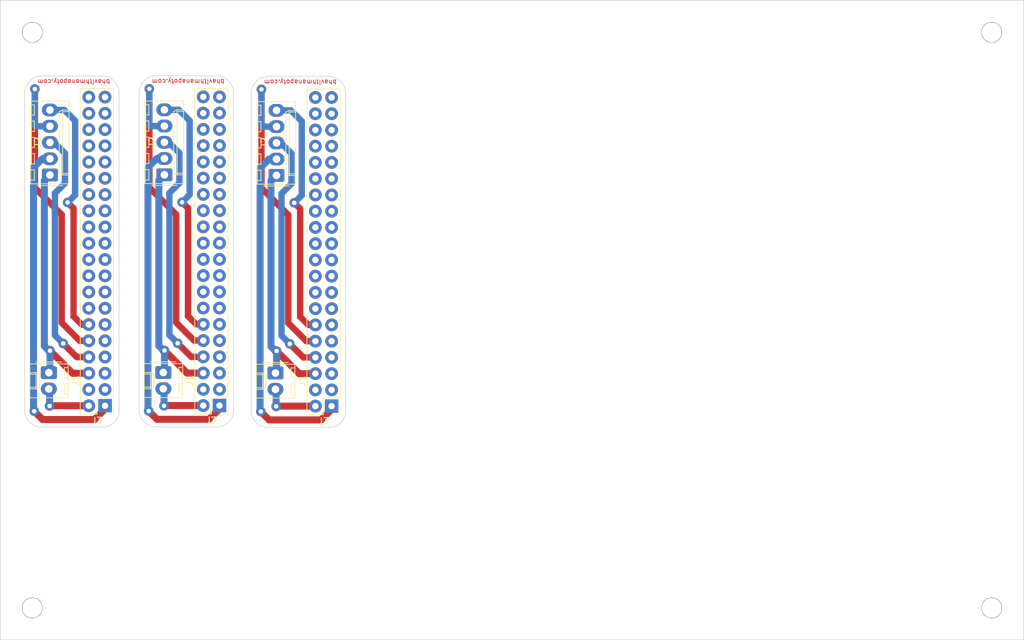
<source format=kicad_pcb>
(kicad_pcb (version 20211014) (generator pcbnew)
  (layers (0 "F.Cu" signal) (31 "B.Cu" signal) (34 "B.Paste" user) (35 "F.Paste" user) (36 "B.SilkS" user "B.Silkscreen") (37 "F.SilkS" user "F.Silkscreen") (38 "B.Mask" user) (39 "F.Mask" user) (44 "Edge.Cuts" user))
  (net 0 "")
  (footprint "Connector_Molex:Molex_KK-254_AE-6410-02A_1x02_P2.54mm_Vertical" (layer "F.Cu") (at 77.95748 99.115894 -90)
    (fp_text reference "J1" (at 1.27 -4.12 -270) (layer "F.SilkS"))
    (fp_text value "Fan")
    (fp_line (start -1.38 2.99) (end 3.92 2.99) (layer "F.SilkS") (width 0.12))
    (fp_line (start -1.67 -2) (end -1.67 2) (layer "F.SilkS") (width 0.12))
    (fp_line (start 0 2.99) (end 0 1.99) (layer "F.SilkS") (width 0.12))
    (fp_line (start 0.25 2.99) (end 0.25 1.99) (layer "F.SilkS") (width 0.12))
    (fp_line (start 3.34 -2.43) (end 3.34 -3.03) (layer "F.SilkS") (width 0.12))
    (fp_line (start -0.8 -2.43) (end 0.8 -2.43) (layer "F.SilkS") (width 0.12))
    (fp_line (start -0.8 -3.03) (end -0.8 -2.43) (layer "F.SilkS") (width 0.12))
    (fp_line (start 0.25 1.46) (end 2.29 1.46) (layer "F.SilkS") (width 0.12))
    (fp_line (start 2.29 1.46) (end 2.54 1.99) (layer "F.SilkS") (width 0.12))
    (fp_line (start 1.74 -2.43) (end 3.34 -2.43) (layer "F.SilkS") (width 0.12))
    (fp_line (start 1.74 -3.03) (end 1.74 -2.43) (layer "F.SilkS") (width 0.12))
    (fp_line (start 3.92 -3.03) (end -1.38 -3.03) (layer "F.SilkS") (width 0.12))
    (fp_line (start 0 1.99) (end 0.25 1.46) (layer "F.SilkS") (width 0.12))
    (fp_line (start 3.92 2.99) (end 3.92 -3.03) (layer "F.SilkS") (width 0.12))
    (fp_line (start 2.29 2.99) (end 2.29 1.99) (layer "F.SilkS") (width 0.12))
    (fp_line (start 2.54 1.99) (end 2.54 2.99) (layer "F.SilkS") (width 0.12))
    (fp_line (start -1.38 -3.03) (end -1.38 2.99) (layer "F.SilkS") (width 0.12))
    (fp_line (start 0.8 -2.43) (end 0.8 -3.03) (layer "F.SilkS") (width 0.12))
    (fp_line (start 0 1.99) (end 2.54 1.99) (layer "F.SilkS") (width 0.12))
    (pad "1" thru_hole roundrect (at 0 0 270) (size 2 2.5) (drill 1.19) (layers *.Cu *.Mask) (roundrect_rratio 0.143678))
    (pad "2" thru_hole oval (at 2.54 0 270) (size 2 2.5) (drill 1.19) (layers *.Cu *.Mask))
  )
  (footprint "Connector_Molex:Molex_KK-254_AE-6410-02A_1x02_P2.54mm_Vertical" (layer "F.Cu") (at 113.384 99.174 -90)
    (fp_text reference "J1" (at 1.27 -4.12 -270) (layer "F.SilkS"))
    (fp_text value "Fan")
    (fp_line (start -1.38 2.99) (end 3.92 2.99) (layer "F.SilkS") (width 0.12))
    (fp_line (start -1.67 -2) (end -1.67 2) (layer "F.SilkS") (width 0.12))
    (fp_line (start 0 2.99) (end 0 1.99) (layer "F.SilkS") (width 0.12))
    (fp_line (start 0.25 2.99) (end 0.25 1.99) (layer "F.SilkS") (width 0.12))
    (fp_line (start 3.34 -2.43) (end 3.34 -3.03) (layer "F.SilkS") (width 0.12))
    (fp_line (start -0.8 -2.43) (end 0.8 -2.43) (layer "F.SilkS") (width 0.12))
    (fp_line (start -0.8 -3.03) (end -0.8 -2.43) (layer "F.SilkS") (width 0.12))
    (fp_line (start 0.25 1.46) (end 2.29 1.46) (layer "F.SilkS") (width 0.12))
    (fp_line (start 2.29 1.46) (end 2.54 1.99) (layer "F.SilkS") (width 0.12))
    (fp_line (start 1.74 -2.43) (end 3.34 -2.43) (layer "F.SilkS") (width 0.12))
    (fp_line (start 1.74 -3.03) (end 1.74 -2.43) (layer "F.SilkS") (width 0.12))
    (fp_line (start 3.92 -3.03) (end -1.38 -3.03) (layer "F.SilkS") (width 0.12))
    (fp_line (start 0 1.99) (end 0.25 1.46) (layer "F.SilkS") (width 0.12))
    (fp_line (start 3.92 2.99) (end 3.92 -3.03) (layer "F.SilkS") (width 0.12))
    (fp_line (start 2.29 2.99) (end 2.29 1.99) (layer "F.SilkS") (width 0.12))
    (fp_line (start 2.54 1.99) (end 2.54 2.99) (layer "F.SilkS") (width 0.12))
    (fp_line (start -1.38 -3.03) (end -1.38 2.99) (layer "F.SilkS") (width 0.12))
    (fp_line (start 0.8 -2.43) (end 0.8 -3.03) (layer "F.SilkS") (width 0.12))
    (fp_line (start 0 1.99) (end 2.54 1.99) (layer "F.SilkS") (width 0.12))
    (pad "1" thru_hole roundrect (at 0 0 270) (size 2 2.5) (drill 1.19) (layers *.Cu *.Mask) (roundrect_rratio 0.143678))
    (pad "2" thru_hole oval (at 2.54 0 270) (size 2 2.5) (drill 1.19) (layers *.Cu *.Mask))
  )
  (footprint "Connector_Molex:Molex_KK-254_AE-6410-05A_1x05_P2.54mm_Vertical" (layer "F.Cu") (at 78.12348 68.209894 90)
    (fp_text reference "J2" (at 5.101 -1.89 90) (layer "F.SilkS"))
    (fp_text value "Arduino Serial")
    (fp_line (start 0.8 -2.43) (end 0.8 -3.03) (layer "F.SilkS") (width 0.12))
    (fp_line (start 4.28 -3.03) (end 4.28 -2.43) (layer "F.SilkS") (width 0.12))
    (fp_line (start 4.28 -2.43) (end 5.88 -2.43) (layer "F.SilkS") (width 0.12))
    (fp_line (start 9.91 2.99) (end 9.91 1.99) (layer "F.SilkS") (width 0.12))
    (fp_line (start 0 1.99) (end 10.16 1.99) (layer "F.SilkS") (width 0.12))
    (fp_line (start -0.8 -2.43) (end 0.8 -2.43) (layer "F.SilkS") (width 0.12))
    (fp_line (start -1.67 -2) (end -1.67 2) (layer "F.SilkS") (width 0.12))
    (fp_line (start 9.36 -2.43) (end 10.96 -2.43) (layer "F.SilkS") (width 0.12))
    (fp_line (start -1.38 2.99) (end 11.54 2.99) (layer "F.SilkS") (width 0.12))
    (fp_line (start 3.34 -2.43) (end 3.34 -3.03) (layer "F.SilkS") (width 0.12))
    (fp_line (start 1.74 -2.43) (end 3.34 -2.43) (layer "F.SilkS") (width 0.12))
    (fp_line (start 9.36 -3.03) (end 9.36 -2.43) (layer "F.SilkS") (width 0.12))
    (fp_line (start 0 2.99) (end 0 1.99) (layer "F.SilkS") (width 0.12))
    (fp_line (start 9.91 1.46) (end 10.16 1.99) (layer "F.SilkS") (width 0.12))
    (fp_line (start 10.96 -2.43) (end 10.96 -3.03) (layer "F.SilkS") (width 0.12))
    (fp_line (start 0.25 1.46) (end 9.91 1.46) (layer "F.SilkS") (width 0.12))
    (fp_line (start 0.25 2.99) (end 0.25 1.99) (layer "F.SilkS") (width 0.12))
    (fp_line (start 6.82 -2.43) (end 8.42 -2.43) (layer "F.SilkS") (width 0.12))
    (fp_line (start -1.38 -3.03) (end -1.38 2.99) (layer "F.SilkS") (width 0.12))
    (fp_line (start 6.82 -3.03) (end 6.82 -2.43) (layer "F.SilkS") (width 0.12))
    (fp_line (start 11.54 2.99) (end 11.54 -3.03) (layer "F.SilkS") (width 0.12))
    (fp_line (start 5.88 -2.43) (end 5.88 -3.03) (layer "F.SilkS") (width 0.12))
    (fp_line (start 0 1.99) (end 0.25 1.46) (layer "F.SilkS") (width 0.12))
    (fp_line (start 1.74 -3.03) (end 1.74 -2.43) (layer "F.SilkS") (width 0.12))
    (fp_line (start -0.8 -3.03) (end -0.8 -2.43) (layer "F.SilkS") (width 0.12))
    (fp_line (start 10.16 1.99) (end 10.16 2.99) (layer "F.SilkS") (width 0.12))
    (fp_line (start 8.42 -2.43) (end 8.42 -3.03) (layer "F.SilkS") (width 0.12))
    (fp_line (start 11.54 -3.03) (end -1.38 -3.03) (layer "F.SilkS") (width 0.12))
    (pad "1" thru_hole roundrect (at 0 0 90) (size 2 2.5) (drill 1.19) (layers *.Cu *.Mask) (roundrect_rratio 0.143678))
    (pad "2" thru_hole oval (at 2.54 0 90) (size 2 2.5) (drill 1.19) (layers *.Cu *.Mask))
    (pad "3" thru_hole oval (at 5.08 0 90) (size 2 2.5) (drill 1.19) (layers *.Cu *.Mask))
    (pad "4" thru_hole oval (at 7.62 0 90) (size 2 2.5) (drill 1.19) (layers *.Cu *.Mask))
    (pad "5" thru_hole oval (at 10.16 0 90) (size 2 2.5) (drill 1.19) (layers *.Cu *.Mask))
  )
  (footprint "Connector_Molex:Molex_KK-254_AE-6410-05A_1x05_P2.54mm_Vertical" (layer "F.Cu") (at 96.02 68.178 90)
    (fp_text reference "J2" (at 5.101 -1.89 90) (layer "F.SilkS"))
    (fp_text value "Arduino Serial")
    (fp_line (start 0.8 -2.43) (end 0.8 -3.03) (layer "F.SilkS") (width 0.12))
    (fp_line (start 4.28 -3.03) (end 4.28 -2.43) (layer "F.SilkS") (width 0.12))
    (fp_line (start 4.28 -2.43) (end 5.88 -2.43) (layer "F.SilkS") (width 0.12))
    (fp_line (start 9.91 2.99) (end 9.91 1.99) (layer "F.SilkS") (width 0.12))
    (fp_line (start 0 1.99) (end 10.16 1.99) (layer "F.SilkS") (width 0.12))
    (fp_line (start -0.8 -2.43) (end 0.8 -2.43) (layer "F.SilkS") (width 0.12))
    (fp_line (start -1.67 -2) (end -1.67 2) (layer "F.SilkS") (width 0.12))
    (fp_line (start 9.36 -2.43) (end 10.96 -2.43) (layer "F.SilkS") (width 0.12))
    (fp_line (start -1.38 2.99) (end 11.54 2.99) (layer "F.SilkS") (width 0.12))
    (fp_line (start 3.34 -2.43) (end 3.34 -3.03) (layer "F.SilkS") (width 0.12))
    (fp_line (start 1.74 -2.43) (end 3.34 -2.43) (layer "F.SilkS") (width 0.12))
    (fp_line (start 9.36 -3.03) (end 9.36 -2.43) (layer "F.SilkS") (width 0.12))
    (fp_line (start 0 2.99) (end 0 1.99) (layer "F.SilkS") (width 0.12))
    (fp_line (start 9.91 1.46) (end 10.16 1.99) (layer "F.SilkS") (width 0.12))
    (fp_line (start 10.96 -2.43) (end 10.96 -3.03) (layer "F.SilkS") (width 0.12))
    (fp_line (start 0.25 1.46) (end 9.91 1.46) (layer "F.SilkS") (width 0.12))
    (fp_line (start 0.25 2.99) (end 0.25 1.99) (layer "F.SilkS") (width 0.12))
    (fp_line (start 6.82 -2.43) (end 8.42 -2.43) (layer "F.SilkS") (width 0.12))
    (fp_line (start -1.38 -3.03) (end -1.38 2.99) (layer "F.SilkS") (width 0.12))
    (fp_line (start 6.82 -3.03) (end 6.82 -2.43) (layer "F.SilkS") (width 0.12))
    (fp_line (start 11.54 2.99) (end 11.54 -3.03) (layer "F.SilkS") (width 0.12))
    (fp_line (start 5.88 -2.43) (end 5.88 -3.03) (layer "F.SilkS") (width 0.12))
    (fp_line (start 0 1.99) (end 0.25 1.46) (layer "F.SilkS") (width 0.12))
    (fp_line (start 1.74 -3.03) (end 1.74 -2.43) (layer "F.SilkS") (width 0.12))
    (fp_line (start -0.8 -3.03) (end -0.8 -2.43) (layer "F.SilkS") (width 0.12))
    (fp_line (start 10.16 1.99) (end 10.16 2.99) (layer "F.SilkS") (width 0.12))
    (fp_line (start 8.42 -2.43) (end 8.42 -3.03) (layer "F.SilkS") (width 0.12))
    (fp_line (start 11.54 -3.03) (end -1.38 -3.03) (layer "F.SilkS") (width 0.12))
    (pad "1" thru_hole roundrect (at 0 0 90) (size 2 2.5) (drill 1.19) (layers *.Cu *.Mask) (roundrect_rratio 0.143678))
    (pad "2" thru_hole oval (at 2.54 0 90) (size 2 2.5) (drill 1.19) (layers *.Cu *.Mask))
    (pad "3" thru_hole oval (at 5.08 0 90) (size 2 2.5) (drill 1.19) (layers *.Cu *.Mask))
    (pad "4" thru_hole oval (at 7.62 0 90) (size 2 2.5) (drill 1.19) (layers *.Cu *.Mask))
    (pad "5" thru_hole oval (at 10.16 0 90) (size 2 2.5) (drill 1.19) (layers *.Cu *.Mask))
  )
  (footprint "Connector_PinHeader_2.54mm:PinHeader_2x20_P2.54mm_Vertical" (layer "F.Cu") (at 104.638 104.257 180)
    (fp_text reference "J3" (at 1.27 -2.33) (layer "F.SilkS"))
    (fp_text value "Pi Header")
    (fp_line (start 1.27 1.27) (end 1.27 -1.33) (layer "F.SilkS") (width 0.12))
    (fp_line (start -1.33 -1.33) (end 0 -1.33) (layer "F.SilkS") (width 0.12))
    (fp_line (start -1.33 1.27) (end -1.33 49.59) (layer "F.SilkS") (width 0.12))
    (fp_line (start 3.87 -1.33) (end 3.87 49.59) (layer "F.SilkS") (width 0.12))
    (fp_line (start -1.33 1.27) (end 1.27 1.27) (layer "F.SilkS") (width 0.12))
    (fp_line (start 1.27 -1.33) (end 3.87 -1.33) (layer "F.SilkS") (width 0.12))
    (fp_line (start -1.33 49.59) (end 3.87 49.59) (layer "F.SilkS") (width 0.12))
    (fp_line (start -1.33 0) (end -1.33 -1.33) (layer "F.SilkS") (width 0.12))
    (pad "1" thru_hole rect (at 0 0 180) (size 2.1 2.1) (drill 1) (layers *.Cu *.Mask))
    (pad "2" thru_hole oval (at 2.54 0 180) (size 2 2) (drill 1) (layers *.Cu *.Mask))
    (pad "3" thru_hole oval (at 0 2.54 180) (size 2 2) (drill 1) (layers *.Cu *.Mask))
    (pad "4" thru_hole oval (at 2.54 2.54 180) (size 2 2) (drill 1) (layers *.Cu *.Mask))
    (pad "5" thru_hole oval (at 0 5.08 180) (size 2 2) (drill 1) (layers *.Cu *.Mask))
    (pad "6" thru_hole oval (at 2.54 5.08 180) (size 2 2) (drill 1) (layers *.Cu *.Mask))
    (pad "7" thru_hole oval (at 0 7.62 180) (size 2 2) (drill 1) (layers *.Cu *.Mask))
    (pad "8" thru_hole oval (at 2.54 7.62 180) (size 2 2) (drill 1) (layers *.Cu *.Mask))
    (pad "9" thru_hole oval (at 0 10.16 180) (size 2 2) (drill 1) (layers *.Cu *.Mask))
    (pad "10" thru_hole oval (at 2.54 10.16 180) (size 2 2) (drill 1) (layers *.Cu *.Mask))
    (pad "11" thru_hole oval (at 0 12.7 180) (size 2 2) (drill 1) (layers *.Cu *.Mask))
    (pad "12" thru_hole oval (at 2.54 12.7 180) (size 2 2) (drill 1) (layers *.Cu *.Mask))
    (pad "13" thru_hole oval (at 0 15.24 180) (size 2 2) (drill 1) (layers *.Cu *.Mask))
    (pad "14" thru_hole oval (at 2.54 15.24 180) (size 2 2) (drill 1) (layers *.Cu *.Mask))
    (pad "15" thru_hole oval (at 0 17.78 180) (size 2 2) (drill 1) (layers *.Cu *.Mask))
    (pad "16" thru_hole oval (at 2.54 17.78 180) (size 2 2) (drill 1) (layers *.Cu *.Mask))
    (pad "17" thru_hole oval (at 0 20.32 180) (size 2 2) (drill 1) (layers *.Cu *.Mask))
    (pad "18" thru_hole oval (at 2.54 20.32 180) (size 2 2) (drill 1) (layers *.Cu *.Mask))
    (pad "19" thru_hole oval (at 0 22.86 180) (size 2 2) (drill 1) (layers *.Cu *.Mask))
    (pad "20" thru_hole oval (at 2.54 22.86 180) (size 2 2) (drill 1) (layers *.Cu *.Mask))
    (pad "21" thru_hole oval (at 0 25.4 180) (size 2 2) (drill 1) (layers *.Cu *.Mask))
    (pad "22" thru_hole oval (at 2.54 25.4 180) (size 2 2) (drill 1) (layers *.Cu *.Mask))
    (pad "23" thru_hole oval (at 0 27.94 180) (size 2 2) (drill 1) (layers *.Cu *.Mask))
    (pad "24" thru_hole oval (at 2.54 27.94 180) (size 2 2) (drill 1) (layers *.Cu *.Mask))
    (pad "25" thru_hole oval (at 0 30.48 180) (size 2 2) (drill 1) (layers *.Cu *.Mask))
    (pad "26" thru_hole oval (at 2.54 30.48 180) (size 2 2) (drill 1) (layers *.Cu *.Mask))
    (pad "27" thru_hole oval (at 0 33.02 180) (size 2 2) (drill 1) (layers *.Cu *.Mask))
    (pad "28" thru_hole oval (at 2.54 33.02 180) (size 2 2) (drill 1) (layers *.Cu *.Mask))
    (pad "29" thru_hole oval (at 0 35.56 180) (size 2 2) (drill 1) (layers *.Cu *.Mask))
    (pad "30" thru_hole oval (at 2.54 35.56 180) (size 2 2) (drill 1) (layers *.Cu *.Mask))
    (pad "31" thru_hole oval (at 0 38.1 180) (size 2 2) (drill 1) (layers *.Cu *.Mask))
    (pad "32" thru_hole oval (at 2.54 38.1 180) (size 2 2) (drill 1) (layers *.Cu *.Mask))
    (pad "33" thru_hole oval (at 0 40.64 180) (size 2 2) (drill 1) (layers *.Cu *.Mask))
    (pad "34" thru_hole oval (at 2.54 40.64 180) (size 2 2) (drill 1) (layers *.Cu *.Mask))
    (pad "35" thru_hole oval (at 0 43.18 180) (size 2 2) (drill 1) (layers *.Cu *.Mask))
    (pad "36" thru_hole oval (at 2.54 43.18 180) (size 2 2) (drill 1) (layers *.Cu *.Mask))
    (pad "37" thru_hole oval (at 0 45.72 180) (size 2 2) (drill 1) (layers *.Cu *.Mask))
    (pad "38" thru_hole oval (at 2.54 45.72 180) (size 2 2) (drill 1) (layers *.Cu *.Mask))
    (pad "39" thru_hole oval (at 0 48.26 180) (size 2 2) (drill 1) (layers *.Cu *.Mask))
    (pad "40" thru_hole oval (at 2.54 48.26 180) (size 2 2) (drill 1) (layers *.Cu *.Mask))
  )
  (footprint "Connector_Molex:Molex_KK-254_AE-6410-02A_1x02_P2.54mm_Vertical" (layer "F.Cu") (at 95.854 99.084 -90)
    (fp_text reference "J1" (at 1.27 -4.12 -270) (layer "F.SilkS"))
    (fp_text value "Fan")
    (fp_line (start -1.38 2.99) (end 3.92 2.99) (layer "F.SilkS") (width 0.12))
    (fp_line (start -1.67 -2) (end -1.67 2) (layer "F.SilkS") (width 0.12))
    (fp_line (start 0 2.99) (end 0 1.99) (layer "F.SilkS") (width 0.12))
    (fp_line (start 0.25 2.99) (end 0.25 1.99) (layer "F.SilkS") (width 0.12))
    (fp_line (start 3.34 -2.43) (end 3.34 -3.03) (layer "F.SilkS") (width 0.12))
    (fp_line (start -0.8 -2.43) (end 0.8 -2.43) (layer "F.SilkS") (width 0.12))
    (fp_line (start -0.8 -3.03) (end -0.8 -2.43) (layer "F.SilkS") (width 0.12))
    (fp_line (start 0.25 1.46) (end 2.29 1.46) (layer "F.SilkS") (width 0.12))
    (fp_line (start 2.29 1.46) (end 2.54 1.99) (layer "F.SilkS") (width 0.12))
    (fp_line (start 1.74 -2.43) (end 3.34 -2.43) (layer "F.SilkS") (width 0.12))
    (fp_line (start 1.74 -3.03) (end 1.74 -2.43) (layer "F.SilkS") (width 0.12))
    (fp_line (start 3.92 -3.03) (end -1.38 -3.03) (layer "F.SilkS") (width 0.12))
    (fp_line (start 0 1.99) (end 0.25 1.46) (layer "F.SilkS") (width 0.12))
    (fp_line (start 3.92 2.99) (end 3.92 -3.03) (layer "F.SilkS") (width 0.12))
    (fp_line (start 2.29 2.99) (end 2.29 1.99) (layer "F.SilkS") (width 0.12))
    (fp_line (start 2.54 1.99) (end 2.54 2.99) (layer "F.SilkS") (width 0.12))
    (fp_line (start -1.38 -3.03) (end -1.38 2.99) (layer "F.SilkS") (width 0.12))
    (fp_line (start 0.8 -2.43) (end 0.8 -3.03) (layer "F.SilkS") (width 0.12))
    (fp_line (start 0 1.99) (end 2.54 1.99) (layer "F.SilkS") (width 0.12))
    (pad "1" thru_hole roundrect (at 0 0 270) (size 2 2.5) (drill 1.19) (layers *.Cu *.Mask) (roundrect_rratio 0.143678))
    (pad "2" thru_hole oval (at 2.54 0 270) (size 2 2.5) (drill 1.19) (layers *.Cu *.Mask))
  )
  (footprint "MountingHole:MountingHole_3.2mm_M3" (layer "F.Cu") (at 75.37 135.9)
    (fp_text reference "REF**" hide)
    (fp_text value "MountingHole_3.2mm_M3" hide)
    (pad "" np_thru_hole circle locked (at 0 0) (size 3.2 3.2) (drill 3.1) (layers F&B.Cu *.Mask))
  )
  (footprint "MountingHole:MountingHole_3.2mm_M3" (layer "F.Cu") (at 225.37 45.9)
    (fp_text reference "REF**" hide)
    (fp_text value "MountingHole_3.2mm_M3" hide)
    (pad "" np_thru_hole circle locked (at 0 0) (size 3.2 3.2) (drill 3.1) (layers F&B.Cu *.Mask))
  )
  (footprint "Connector_PinHeader_2.54mm:PinHeader_2x20_P2.54mm_Vertical" (layer "F.Cu") (at 122.168 104.347 180)
    (fp_text reference "J3" (at 1.27 -2.33) (layer "F.SilkS"))
    (fp_text value "Pi Header")
    (fp_line (start 1.27 1.27) (end 1.27 -1.33) (layer "F.SilkS") (width 0.12))
    (fp_line (start -1.33 -1.33) (end 0 -1.33) (layer "F.SilkS") (width 0.12))
    (fp_line (start -1.33 1.27) (end -1.33 49.59) (layer "F.SilkS") (width 0.12))
    (fp_line (start 3.87 -1.33) (end 3.87 49.59) (layer "F.SilkS") (width 0.12))
    (fp_line (start -1.33 1.27) (end 1.27 1.27) (layer "F.SilkS") (width 0.12))
    (fp_line (start 1.27 -1.33) (end 3.87 -1.33) (layer "F.SilkS") (width 0.12))
    (fp_line (start -1.33 49.59) (end 3.87 49.59) (layer "F.SilkS") (width 0.12))
    (fp_line (start -1.33 0) (end -1.33 -1.33) (layer "F.SilkS") (width 0.12))
    (pad "1" thru_hole rect (at 0 0 180) (size 2.1 2.1) (drill 1) (layers *.Cu *.Mask))
    (pad "2" thru_hole oval (at 2.54 0 180) (size 2 2) (drill 1) (layers *.Cu *.Mask))
    (pad "3" thru_hole oval (at 0 2.54 180) (size 2 2) (drill 1) (layers *.Cu *.Mask))
    (pad "4" thru_hole oval (at 2.54 2.54 180) (size 2 2) (drill 1) (layers *.Cu *.Mask))
    (pad "5" thru_hole oval (at 0 5.08 180) (size 2 2) (drill 1) (layers *.Cu *.Mask))
    (pad "6" thru_hole oval (at 2.54 5.08 180) (size 2 2) (drill 1) (layers *.Cu *.Mask))
    (pad "7" thru_hole oval (at 0 7.62 180) (size 2 2) (drill 1) (layers *.Cu *.Mask))
    (pad "8" thru_hole oval (at 2.54 7.62 180) (size 2 2) (drill 1) (layers *.Cu *.Mask))
    (pad "9" thru_hole oval (at 0 10.16 180) (size 2 2) (drill 1) (layers *.Cu *.Mask))
    (pad "10" thru_hole oval (at 2.54 10.16 180) (size 2 2) (drill 1) (layers *.Cu *.Mask))
    (pad "11" thru_hole oval (at 0 12.7 180) (size 2 2) (drill 1) (layers *.Cu *.Mask))
    (pad "12" thru_hole oval (at 2.54 12.7 180) (size 2 2) (drill 1) (layers *.Cu *.Mask))
    (pad "13" thru_hole oval (at 0 15.24 180) (size 2 2) (drill 1) (layers *.Cu *.Mask))
    (pad "14" thru_hole oval (at 2.54 15.24 180) (size 2 2) (drill 1) (layers *.Cu *.Mask))
    (pad "15" thru_hole oval (at 0 17.78 180) (size 2 2) (drill 1) (layers *.Cu *.Mask))
    (pad "16" thru_hole oval (at 2.54 17.78 180) (size 2 2) (drill 1) (layers *.Cu *.Mask))
    (pad "17" thru_hole oval (at 0 20.32 180) (size 2 2) (drill 1) (layers *.Cu *.Mask))
    (pad "18" thru_hole oval (at 2.54 20.32 180) (size 2 2) (drill 1) (layers *.Cu *.Mask))
    (pad "19" thru_hole oval (at 0 22.86 180) (size 2 2) (drill 1) (layers *.Cu *.Mask))
    (pad "20" thru_hole oval (at 2.54 22.86 180) (size 2 2) (drill 1) (layers *.Cu *.Mask))
    (pad "21" thru_hole oval (at 0 25.4 180) (size 2 2) (drill 1) (layers *.Cu *.Mask))
    (pad "22" thru_hole oval (at 2.54 25.4 180) (size 2 2) (drill 1) (layers *.Cu *.Mask))
    (pad "23" thru_hole oval (at 0 27.94 180) (size 2 2) (drill 1) (layers *.Cu *.Mask))
    (pad "24" thru_hole oval (at 2.54 27.94 180) (size 2 2) (drill 1) (layers *.Cu *.Mask))
    (pad "25" thru_hole oval (at 0 30.48 180) (size 2 2) (drill 1) (layers *.Cu *.Mask))
    (pad "26" thru_hole oval (at 2.54 30.48 180) (size 2 2) (drill 1) (layers *.Cu *.Mask))
    (pad "27" thru_hole oval (at 0 33.02 180) (size 2 2) (drill 1) (layers *.Cu *.Mask))
    (pad "28" thru_hole oval (at 2.54 33.02 180) (size 2 2) (drill 1) (layers *.Cu *.Mask))
    (pad "29" thru_hole oval (at 0 35.56 180) (size 2 2) (drill 1) (layers *.Cu *.Mask))
    (pad "30" thru_hole oval (at 2.54 35.56 180) (size 2 2) (drill 1) (layers *.Cu *.Mask))
    (pad "31" thru_hole oval (at 0 38.1 180) (size 2 2) (drill 1) (layers *.Cu *.Mask))
    (pad "32" thru_hole oval (at 2.54 38.1 180) (size 2 2) (drill 1) (layers *.Cu *.Mask))
    (pad "33" thru_hole oval (at 0 40.64 180) (size 2 2) (drill 1) (layers *.Cu *.Mask))
    (pad "34" thru_hole oval (at 2.54 40.64 180) (size 2 2) (drill 1) (layers *.Cu *.Mask))
    (pad "35" thru_hole oval (at 0 43.18 180) (size 2 2) (drill 1) (layers *.Cu *.Mask))
    (pad "36" thru_hole oval (at 2.54 43.18 180) (size 2 2) (drill 1) (layers *.Cu *.Mask))
    (pad "37" thru_hole oval (at 0 45.72 180) (size 2 2) (drill 1) (layers *.Cu *.Mask))
    (pad "38" thru_hole oval (at 2.54 45.72 180) (size 2 2) (drill 1) (layers *.Cu *.Mask))
    (pad "39" thru_hole oval (at 0 48.26 180) (size 2 2) (drill 1) (layers *.Cu *.Mask))
    (pad "40" thru_hole oval (at 2.54 48.26 180) (size 2 2) (drill 1) (layers *.Cu *.Mask))
  )
  (footprint "MountingHole:MountingHole_3.2mm_M3" (layer "F.Cu") (at 75.37 45.9)
    (fp_text reference "REF**" hide)
    (fp_text value "MountingHole_3.2mm_M3" hide)
    (pad "" np_thru_hole circle locked (at 0 0) (size 3.2 3.2) (drill 3.1) (layers F&B.Cu *.Mask))
  )
  (footprint "MountingHole:MountingHole_3.2mm_M3" (layer "F.Cu") (at 225.37 135.9)
    (fp_text reference "REF**" hide)
    (fp_text value "MountingHole_3.2mm_M3" hide)
    (pad "" np_thru_hole circle locked (at 0 0) (size 3.2 3.2) (drill 3.1) (layers F&B.Cu *.Mask))
  )
  (footprint "Connector_Molex:Molex_KK-254_AE-6410-05A_1x05_P2.54mm_Vertical" (layer "F.Cu") (at 113.55 68.268 90)
    (fp_text reference "J2" (at 5.101 -1.89 90) (layer "F.SilkS"))
    (fp_text value "Arduino Serial")
    (fp_line (start 0.8 -2.43) (end 0.8 -3.03) (layer "F.SilkS") (width 0.12))
    (fp_line (start 4.28 -3.03) (end 4.28 -2.43) (layer "F.SilkS") (width 0.12))
    (fp_line (start 4.28 -2.43) (end 5.88 -2.43) (layer "F.SilkS") (width 0.12))
    (fp_line (start 9.91 2.99) (end 9.91 1.99) (layer "F.SilkS") (width 0.12))
    (fp_line (start 0 1.99) (end 10.16 1.99) (layer "F.SilkS") (width 0.12))
    (fp_line (start -0.8 -2.43) (end 0.8 -2.43) (layer "F.SilkS") (width 0.12))
    (fp_line (start -1.67 -2) (end -1.67 2) (layer "F.SilkS") (width 0.12))
    (fp_line (start 9.36 -2.43) (end 10.96 -2.43) (layer "F.SilkS") (width 0.12))
    (fp_line (start -1.38 2.99) (end 11.54 2.99) (layer "F.SilkS") (width 0.12))
    (fp_line (start 3.34 -2.43) (end 3.34 -3.03) (layer "F.SilkS") (width 0.12))
    (fp_line (start 1.74 -2.43) (end 3.34 -2.43) (layer "F.SilkS") (width 0.12))
    (fp_line (start 9.36 -3.03) (end 9.36 -2.43) (layer "F.SilkS") (width 0.12))
    (fp_line (start 0 2.99) (end 0 1.99) (layer "F.SilkS") (width 0.12))
    (fp_line (start 9.91 1.46) (end 10.16 1.99) (layer "F.SilkS") (width 0.12))
    (fp_line (start 10.96 -2.43) (end 10.96 -3.03) (layer "F.SilkS") (width 0.12))
    (fp_line (start 0.25 1.46) (end 9.91 1.46) (layer "F.SilkS") (width 0.12))
    (fp_line (start 0.25 2.99) (end 0.25 1.99) (layer "F.SilkS") (width 0.12))
    (fp_line (start 6.82 -2.43) (end 8.42 -2.43) (layer "F.SilkS") (width 0.12))
    (fp_line (start -1.38 -3.03) (end -1.38 2.99) (layer "F.SilkS") (width 0.12))
    (fp_line (start 6.82 -3.03) (end 6.82 -2.43) (layer "F.SilkS") (width 0.12))
    (fp_line (start 11.54 2.99) (end 11.54 -3.03) (layer "F.SilkS") (width 0.12))
    (fp_line (start 5.88 -2.43) (end 5.88 -3.03) (layer "F.SilkS") (width 0.12))
    (fp_line (start 0 1.99) (end 0.25 1.46) (layer "F.SilkS") (width 0.12))
    (fp_line (start 1.74 -3.03) (end 1.74 -2.43) (layer "F.SilkS") (width 0.12))
    (fp_line (start -0.8 -3.03) (end -0.8 -2.43) (layer "F.SilkS") (width 0.12))
    (fp_line (start 10.16 1.99) (end 10.16 2.99) (layer "F.SilkS") (width 0.12))
    (fp_line (start 8.42 -2.43) (end 8.42 -3.03) (layer "F.SilkS") (width 0.12))
    (fp_line (start 11.54 -3.03) (end -1.38 -3.03) (layer "F.SilkS") (width 0.12))
    (pad "1" thru_hole roundrect (at 0 0 90) (size 2 2.5) (drill 1.19) (layers *.Cu *.Mask) (roundrect_rratio 0.143678))
    (pad "2" thru_hole oval (at 2.54 0 90) (size 2 2.5) (drill 1.19) (layers *.Cu *.Mask))
    (pad "3" thru_hole oval (at 5.08 0 90) (size 2 2.5) (drill 1.19) (layers *.Cu *.Mask))
    (pad "4" thru_hole oval (at 7.62 0 90) (size 2 2.5) (drill 1.19) (layers *.Cu *.Mask))
    (pad "5" thru_hole oval (at 10.16 0 90) (size 2 2.5) (drill 1.19) (layers *.Cu *.Mask))
  )
  (footprint "Connector_PinHeader_2.54mm:PinHeader_2x20_P2.54mm_Vertical" (layer "F.Cu") (at 86.74148 104.288894 180)
    (fp_text reference "J3" (at 1.27 -2.33) (layer "F.SilkS"))
    (fp_text value "Pi Header")
    (fp_line (start 1.27 1.27) (end 1.27 -1.33) (layer "F.SilkS") (width 0.12))
    (fp_line (start -1.33 -1.33) (end 0 -1.33) (layer "F.SilkS") (width 0.12))
    (fp_line (start -1.33 1.27) (end -1.33 49.59) (layer "F.SilkS") (width 0.12))
    (fp_line (start 3.87 -1.33) (end 3.87 49.59) (layer "F.SilkS") (width 0.12))
    (fp_line (start -1.33 1.27) (end 1.27 1.27) (layer "F.SilkS") (width 0.12))
    (fp_line (start 1.27 -1.33) (end 3.87 -1.33) (layer "F.SilkS") (width 0.12))
    (fp_line (start -1.33 49.59) (end 3.87 49.59) (layer "F.SilkS") (width 0.12))
    (fp_line (start -1.33 0) (end -1.33 -1.33) (layer "F.SilkS") (width 0.12))
    (pad "1" thru_hole rect (at 0 0 180) (size 2.1 2.1) (drill 1) (layers *.Cu *.Mask))
    (pad "2" thru_hole oval (at 2.54 0 180) (size 2 2) (drill 1) (layers *.Cu *.Mask))
    (pad "3" thru_hole oval (at 0 2.54 180) (size 2 2) (drill 1) (layers *.Cu *.Mask))
    (pad "4" thru_hole oval (at 2.54 2.54 180) (size 2 2) (drill 1) (layers *.Cu *.Mask))
    (pad "5" thru_hole oval (at 0 5.08 180) (size 2 2) (drill 1) (layers *.Cu *.Mask))
    (pad "6" thru_hole oval (at 2.54 5.08 180) (size 2 2) (drill 1) (layers *.Cu *.Mask))
    (pad "7" thru_hole oval (at 0 7.62 180) (size 2 2) (drill 1) (layers *.Cu *.Mask))
    (pad "8" thru_hole oval (at 2.54 7.62 180) (size 2 2) (drill 1) (layers *.Cu *.Mask))
    (pad "9" thru_hole oval (at 0 10.16 180) (size 2 2) (drill 1) (layers *.Cu *.Mask))
    (pad "10" thru_hole oval (at 2.54 10.16 180) (size 2 2) (drill 1) (layers *.Cu *.Mask))
    (pad "11" thru_hole oval (at 0 12.7 180) (size 2 2) (drill 1) (layers *.Cu *.Mask))
    (pad "12" thru_hole oval (at 2.54 12.7 180) (size 2 2) (drill 1) (layers *.Cu *.Mask))
    (pad "13" thru_hole oval (at 0 15.24 180) (size 2 2) (drill 1) (layers *.Cu *.Mask))
    (pad "14" thru_hole oval (at 2.54 15.24 180) (size 2 2) (drill 1) (layers *.Cu *.Mask))
    (pad "15" thru_hole oval (at 0 17.78 180) (size 2 2) (drill 1) (layers *.Cu *.Mask))
    (pad "16" thru_hole oval (at 2.54 17.78 180) (size 2 2) (drill 1) (layers *.Cu *.Mask))
    (pad "17" thru_hole oval (at 0 20.32 180) (size 2 2) (drill 1) (layers *.Cu *.Mask))
    (pad "18" thru_hole oval (at 2.54 20.32 180) (size 2 2) (drill 1) (layers *.Cu *.Mask))
    (pad "19" thru_hole oval (at 0 22.86 180) (size 2 2) (drill 1) (layers *.Cu *.Mask))
    (pad "20" thru_hole oval (at 2.54 22.86 180) (size 2 2) (drill 1) (layers *.Cu *.Mask))
    (pad "21" thru_hole oval (at 0 25.4 180) (size 2 2) (drill 1) (layers *.Cu *.Mask))
    (pad "22" thru_hole oval (at 2.54 25.4 180) (size 2 2) (drill 1) (layers *.Cu *.Mask))
    (pad "23" thru_hole oval (at 0 27.94 180) (size 2 2) (drill 1) (layers *.Cu *.Mask))
    (pad "24" thru_hole oval (at 2.54 27.94 180) (size 2 2) (drill 1) (layers *.Cu *.Mask))
    (pad "25" thru_hole oval (at 0 30.48 180) (size 2 2) (drill 1) (layers *.Cu *.Mask))
    (pad "26" thru_hole oval (at 2.54 30.48 180) (size 2 2) (drill 1) (layers *.Cu *.Mask))
    (pad "27" thru_hole oval (at 0 33.02 180) (size 2 2) (drill 1) (layers *.Cu *.Mask))
    (pad "28" thru_hole oval (at 2.54 33.02 180) (size 2 2) (drill 1) (layers *.Cu *.Mask))
    (pad "29" thru_hole oval (at 0 35.56 180) (size 2 2) (drill 1) (layers *.Cu *.Mask))
    (pad "30" thru_hole oval (at 2.54 35.56 180) (size 2 2) (drill 1) (layers *.Cu *.Mask))
    (pad "31" thru_hole oval (at 0 38.1 180) (size 2 2) (drill 1) (layers *.Cu *.Mask))
    (pad "32" thru_hole oval (at 2.54 38.1 180) (size 2 2) (drill 1) (layers *.Cu *.Mask))
    (pad "33" thru_hole oval (at 0 40.64 180) (size 2 2) (drill 1) (layers *.Cu *.Mask))
    (pad "34" thru_hole oval (at 2.54 40.64 180) (size 2 2) (drill 1) (layers *.Cu *.Mask))
    (pad "35" thru_hole oval (at 0 43.18 180) (size 2 2) (drill 1) (layers *.Cu *.Mask))
    (pad "36" thru_hole oval (at 2.54 43.18 180) (size 2 2) (drill 1) (layers *.Cu *.Mask))
    (pad "37" thru_hole oval (at 0 45.72 180) (size 2 2) (drill 1) (layers *.Cu *.Mask))
    (pad "38" thru_hole oval (at 2.54 45.72 180) (size 2 2) (drill 1) (layers *.Cu *.Mask))
    (pad "39" thru_hole oval (at 0 48.26 180) (size 2 2) (drill 1) (layers *.Cu *.Mask))
    (pad "40" thru_hole oval (at 2.54 48.26 180) (size 2 2) (drill 1) (layers *.Cu *.Mask))
  )
  (gr_arc (start 92.071 55.683) (mid 92.71968 53.656949) (end 94.611 52.683) (layer "Edge.Cuts") (width 0.1))
  (gr_line (start 109.601 104.923) (end 109.601 55.773) (layer "Edge.Cuts") (width 0.1))
  (gr_line (start 92.071 104.833) (end 92.071 55.683) (layer "Edge.Cuts") (width 0.1))
  (gr_rect locked (start 70.37 40.9) (end 230.37 140.9) (layer "Edge.Cuts") (width 0.1) (fill none))
  (gr_arc (start 88.93448 105.085894) (mid 88.190531 106.881945) (end 86.39448 107.625894) (layer "Edge.Cuts") (width 0.1))
  (gr_arc (start 109.601 55.773) (mid 110.24968 53.746949) (end 112.141 52.773) (layer "Edge.Cuts") (width 0.1))
  (gr_line (start 121.821 107.684) (end 112.127 107.683) (layer "Edge.Cuts") (width 0.1))
  (gr_arc (start 86.188429 52.731945) (mid 88.114333 53.492401) (end 88.938429 55.391945) (layer "Edge.Cuts") (width 0.1))
  (gr_arc (start 76.71448 107.614894) (mid 74.874936 106.765945) (end 74.17448 104.864894) (layer "Edge.Cuts") (width 0.1))
  (gr_line (start 112.148 52.772) (end 121.614949 52.790051) (layer "Edge.Cuts") (width 0.1))
  (gr_arc (start 104.084949 52.700051) (mid 106.010853 53.460507) (end 106.834949 55.360051) (layer "Edge.Cuts") (width 0.1))
  (gr_line (start 106.834949 55.360051) (end 106.831 105.054) (layer "Edge.Cuts") (width 0.1))
  (gr_line (start 74.17448 104.864894) (end 74.17448 55.714894) (layer "Edge.Cuts") (width 0.1))
  (gr_line (start 88.938429 55.391945) (end 88.93448 105.085894) (layer "Edge.Cuts") (width 0.1))
  (gr_line (start 124.364949 55.450051) (end 124.361 105.144) (layer "Edge.Cuts") (width 0.1))
  (gr_arc (start 106.831 105.054) (mid 106.087051 106.850051) (end 104.291 107.594) (layer "Edge.Cuts") (width 0.1))
  (gr_line (start 104.291 107.594) (end 94.597 107.593) (layer "Edge.Cuts") (width 0.1))
  (gr_arc (start 112.141 107.673) (mid 110.301456 106.824051) (end 109.601 104.923) (layer "Edge.Cuts") (width 0.1))
  (gr_line (start 76.72148 52.713894) (end 86.188429 52.731945) (layer "Edge.Cuts") (width 0.1))
  (gr_arc (start 94.611 107.583) (mid 92.771456 106.734051) (end 92.071 104.833) (layer "Edge.Cuts") (width 0.1))
  (gr_arc (start 121.614949 52.790051) (mid 123.540853 53.550507) (end 124.364949 55.450051) (layer "Edge.Cuts") (width 0.1))
  (gr_arc (start 124.361 105.144) (mid 123.617051 106.940051) (end 121.821 107.684) (layer "Edge.Cuts") (width 0.1))
  (gr_arc (start 74.17448 55.714894) (mid 74.82316 53.688843) (end 76.71448 52.714894) (layer "Edge.Cuts") (width 0.1))
  (gr_line (start 94.618 52.682) (end 104.084949 52.700051) (layer "Edge.Cuts") (width 0.1))
  (gr_line (start 86.39448 107.625894) (end 76.70048 107.624894) (layer "Edge.Cuts") (width 0.1))
  (gr_text "bhavithmanapoty.com" (at 117.27 53.67 180) (layer "F.Cu") (effects (font (size 0.7 0.7) (thickness 0.1))))
  (gr_text "bhavithmanapoty.com" (at 81.84348 53.611894 180) (layer "F.Cu") (effects (font (size 0.7 0.7) (thickness 0.1))))
  (gr_text "bhavithmanapoty.com" (at 99.74 53.58 180) (layer "F.Cu") (effects (font (size 0.7 0.7) (thickness 0.1))))
  (segment (start 104.638 104.756869) (end 102.988358 106.406511) (width 1.1) (layer "F.Cu") (net 0))
  (segment (start 117.743 96.727) (end 115.625 94.609) (width 1) (layer "F.Cu") (net 0))
  (segment (start 119.628 99.267) (end 117.098 99.267) (width 1.1) (layer "F.Cu") (net 0))
  (segment (start 102.988358 106.406511) (end 94.867511 106.406511) (width 1.1) (layer "F.Cu") (net 0))
  (segment (start 118.522668 91.647) (end 117.24698 90.371312) (width 1) (layer "F.Cu") (net 0))
  (segment (start 119.628 104.347) (end 113.534 104.347) (width 1.1) (layer "F.Cu") (net 0))
  (segment (start 81.82046 90.312914) (end 81.82048 90.312894) (width 1) (layer "F.Cu") (net 0))
  (segment (start 81.67148 99.208894) (end 78.13448 95.671894) (width 1.1) (layer "F.Cu") (net 0))
  (segment (start 83.096148 91.588894) (end 81.82046 90.313206) (width 1) (layer "F.Cu") (net 0))
  (segment (start 99.71698 90.281312) (end 99.71698 90.28102) (width 1) (layer "F.Cu") (net 0))
  (segment (start 99.71698 90.28102) (end 99.717 90.281) (width 1) (layer "F.Cu") (net 0))
  (segment (start 119.628 91.647) (end 118.522668 91.647) (width 1) (layer "F.Cu") (net 0))
  (segment (start 81.82046 90.313206) (end 81.82046 73.424874) (width 1) (layer "F.Cu") (net 0))
  (segment (start 122.168 104.347) (end 122.168 104.846869) (width 1.1) (layer "F.Cu") (net 0))
  (segment (start 75.77396 54.771374) (end 75.76848 54.765894) (width 1) (layer "F.Cu") (net 0))
  (segment (start 102.098 96.637) (end 100.213 96.637) (width 1) (layer "F.Cu") (net 0))
  (segment (start 84.20148 94.128894) (end 82.787267 94.128894) (width 1) (layer "F.Cu") (net 0))
  (segment (start 81.82046 90.313206) (end 81.82046 90.312914) (width 1) (layer "F.Cu") (net 0))
  (segment (start 84.20148 96.668894) (end 82.31648 96.668894) (width 1) (layer "F.Cu") (net 0))
  (segment (start 97.86748 74.377) (end 93.67048 70.18) (width 1) (layer "F.Cu") (net 0))
  (segment (start 118.213787 94.187) (end 115.39748 91.370693) (width 1) (layer "F.Cu") (net 0))
  (segment (start 85.091838 106.438405) (end 76.970991 106.438405) (width 1.1) (layer "F.Cu") (net 0))
  (segment (start 84.20148 104.288894) (end 78.10748 104.288894) (width 1.1) (layer "F.Cu") (net 0))
  (segment (start 82.31648 96.668894) (end 80.19848 94.550894) (width 1) (layer "F.Cu") (net 0))
  (segment (start 96.004 104.257) (end 95.966 104.295) (width 1.1) (layer "F.Cu") (net 0))
  (segment (start 117.24698 90.37102) (end 117.247 90.371) (width 1) (layer "F.Cu") (net 0))
  (segment (start 102.098 104.257) (end 96.004 104.257) (width 1.1) (layer "F.Cu") (net 0))
  (segment (start 112.397511 106.496511) (end 111.097 105.196) (width 1.1) (layer "F.Cu") (net 0))
  (segment (start 84.20148 99.208894) (end 81.67148 99.208894) (width 1.1) (layer "F.Cu") (net 0))
  (segment (start 102.098 99.177) (end 99.568 99.177) (width 1.1) (layer "F.Cu") (net 0))
  (segment (start 94.867511 106.406511) (end 93.567 105.106) (width 1.1) (layer "F.Cu") (net 0))
  (segment (start 86.74148 104.788763) (end 85.091838 106.438405) (width 1.1) (layer "F.Cu") (net 0))
  (segment (start 117.24698 73.48298) (end 116.323 72.559) (width 1) (layer "F.Cu") (net 0))
  (segment (start 102.098 91.557) (end 100.992668 91.557) (width 1) (layer "F.Cu") (net 0))
  (segment (start 115.39748 74.467) (end 111.20048 70.27) (width 1) (layer "F.Cu") (net 0))
  (segment (start 100.213 96.637) (end 98.095 94.519) (width 1) (layer "F.Cu") (net 0))
  (segment (start 113.534 104.347) (end 113.496 104.385) (width 1.1) (layer "F.Cu") (net 0))
  (segment (start 100.683787 94.097) (end 97.86748 91.280693) (width 1) (layer "F.Cu") (net 0))
  (segment (start 117.24698 90.371312) (end 117.24698 73.48298) (width 1) (layer "F.Cu") (net 0))
  (segment (start 117.24698 90.371312) (end 117.24698 90.37102) (width 1) (layer "F.Cu") (net 0))
  (segment (start 79.97096 91.312587) (end 79.97096 74.408894) (width 1) (layer "F.Cu") (net 0))
  (segment (start 104.638 104.257) (end 104.638 104.756869) (width 1.1) (layer "F.Cu") (net 0))
  (segment (start 119.628 94.187) (end 118.213787 94.187) (width 1) (layer "F.Cu") (net 0))
  (segment (start 76.970991 106.438405) (end 75.67048 105.137894) (width 1.1) (layer "F.Cu") (net 0))
  (segment (start 115.39748 91.370693) (end 115.39748 74.467) (width 1) (layer "F.Cu") (net 0))
  (segment (start 111.20048 70.27) (end 111.20048 54.82948) (width 1) (layer "F.Cu") (net 0))
  (segment (start 120.518358 106.496511) (end 112.397511 106.496511) (width 1.1) (layer "F.Cu") (net 0))
  (segment (start 78.10748 104.288894) (end 78.06948 104.326894) (width 1.1) (layer "F.Cu") (net 0))
  (segment (start 86.74148 104.288894) (end 86.74148 104.788763) (width 1.1) (layer "F.Cu") (net 0))
  (segment (start 117.098 99.267) (end 113.561 95.73) (width 1.1) (layer "F.Cu") (net 0))
  (segment (start 84.20148 91.588894) (end 83.096148 91.588894) (width 1) (layer "F.Cu") (net 0))
  (segment (start 99.71698 90.281312) (end 99.71698 73.39298) (width 1) (layer "F.Cu") (net 0))
  (segment (start 119.628 96.727) (end 117.743 96.727) (width 1) (layer "F.Cu") (net 0))
  (segment (start 99.568 99.177) (end 96.031 95.64) (width 1.1) (layer "F.Cu") (net 0))
  (segment (start 81.82046 73.424874) (end 80.89648 72.500894) (width 1) (layer "F.Cu") (net 0))
  (segment (start 100.992668 91.557) (end 99.71698 90.281312) (width 1) (layer "F.Cu") (net 0))
  (segment (start 93.67048 70.18) (end 93.67048 54.73948) (width 1) (layer "F.Cu") (net 0))
  (segment (start 75.77396 70.211894) (end 75.77396 54.771374) (width 1) (layer "F.Cu") (net 0))
  (segment (start 79.97096 74.408894) (end 75.77396 70.211894) (width 1) (layer "F.Cu") (net 0))
  (segment (start 93.67048 54.73948) (end 93.665 54.734) (width 1) (layer "F.Cu") (net 0))
  (segment (start 82.787267 94.128894) (end 79.97096 91.312587) (width 1) (layer "F.Cu") (net 0))
  (segment (start 99.71698 73.39298) (end 98.793 72.469) (width 1) (layer "F.Cu") (net 0))
  (segment (start 122.168 104.846869) (end 120.518358 106.496511) (width 1.1) (layer "F.Cu") (net 0))
  (segment (start 97.86748 91.280693) (end 97.86748 74.377) (width 1) (layer "F.Cu") (net 0))
  (segment (start 111.20048 54.82948) (end 111.195 54.824) (width 1) (layer "F.Cu") (net 0))
  (segment (start 102.098 94.097) (end 100.683787 94.097) (width 1) (layer "F.Cu") (net 0))
  (via (at 115.625 94.609) (size 1.5) (drill 0.7) (layers "F.Cu" "B.Cu") (net 0))
  (via (at 111.195 54.824) (size 1.5) (drill 0.7) (layers "F.Cu" "B.Cu") (net 0))
  (via (at 98.095 94.519) (size 1.5) (drill 0.7) (layers "F.Cu" "B.Cu") (net 0))
  (via (at 111.097 105.196) (size 1.5) (drill 0.7) (layers "F.Cu" "B.Cu") (net 0))
  (via (at 80.19848 94.550894) (size 1.5) (drill 0.7) (layers "F.Cu" "B.Cu") (net 0))
  (via (at 116.323 72.559) (size 1.5) (drill 0.7) (layers "F.Cu" "B.Cu") (net 0))
  (via (at 113.496 104.385) (size 1.5) (drill 0.7) (layers "F.Cu" "B.Cu") (net 0))
  (via (at 96.031 95.64) (size 1.5) (drill 0.7) (layers "F.Cu" "B.Cu") (net 0))
  (via (at 80.89648 72.500894) (size 1.5) (drill 0.7) (layers "F.Cu" "B.Cu") (net 0))
  (via (at 113.561 95.73) (size 1.5) (drill 0.7) (layers "F.Cu" "B.Cu") (net 0))
  (via (at 93.567 105.106) (size 1.5) (drill 0.7) (layers "F.Cu" "B.Cu") (net 0))
  (via (at 78.13448 95.671894) (size 1.5) (drill 0.7) (layers "F.Cu" "B.Cu") (net 0))
  (via (at 98.793 72.469) (size 1.5) (drill 0.7) (layers "F.Cu" "B.Cu") (net 0))
  (via (at 93.665 54.734) (size 1.5) (drill 0.7) (layers "F.Cu" "B.Cu") (net 0))
  (via (at 95.966 104.295) (size 1.5) (drill 0.7) (layers "F.Cu" "B.Cu") (net 0))
  (via (at 75.76848 54.765894) (size 1.5) (drill 0.7) (layers "F.Cu" "B.Cu") (net 0))
  (via (at 75.67048 105.137894) (size 1.5) (drill 0.7) (layers "F.Cu" "B.Cu") (net 0))
  (via (at 78.06948 104.326894) (size 1.5) (drill 0.7) (layers "F.Cu" "B.Cu") (net 0))
  (segment (start 82.07252 71.324854) (end 82.07252 59.748934) (width 1) (layer "B.Cu") (net 0))
  (segment (start 110.98448 105.08348) (end 110.98448 67.10852) (width 1.1) (layer "B.Cu") (net 0))
  (segment (start 75.55796 67.050414) (end 76.93848 65.669894) (width 1.1) (layer "B.Cu") (net 0))
  (segment (start 82.07252 59.748934) (end 80.37348 58.049894) (width 1) (layer "B.Cu") (net 0))
  (segment (start 117.49904 59.80704) (end 115.8 58.108) (width 1) (layer "B.Cu") (net 0))
  (segment (start 115.89952 64.858351) (end 114.229169 63.188) (width 1) (layer "B.Cu") (net 0))
  (segment (start 77.25748 69.075894) (end 78.12348 68.209894) (width 1.1) (layer "B.Cu") (net 0))
  (segment (start 93.665 54.734) (end 93.665 60.453) (width 1) (layer "B.Cu") (net 0))
  (segment (start 99.96904 59.71704) (end 98.27 58.018) (width 1) (layer "B.Cu") (net 0))
  (segment (start 117.49904 71.38296) (end 117.49904 59.80704) (width 1) (layer "B.Cu") (net 0))
  (segment (start 113.561 68.279) (end 113.55 68.268) (width 1.1) (layer "B.Cu") (net 0))
  (segment (start 98.36952 64.768351) (end 96.699169 63.098) (width 1) (layer "B.Cu") (net 0))
  (segment (start 99.96904 71.29296) (end 99.96904 59.71704) (width 1) (layer "B.Cu") (net 0))
  (segment (start 115.8 58.108) (end 113.55 58.108) (width 1) (layer "B.Cu") (net 0))
  (segment (start 113.463 101.793) (end 113.384 101.714) (width 1.3) (layer "B.Cu") (net 0))
  (segment (start 98.793 72.469) (end 99.96904 71.29296) (width 1) (layer "B.Cu") (net 0))
  (segment (start 116.323 72.559) (end 117.49904 71.38296) (width 1) (layer "B.Cu") (net 0))
  (segment (start 78.06948 101.767894) (end 77.95748 101.655894) (width 1.1) (layer "B.Cu") (net 0))
  (segment (start 96.27 58.018) (end 96.02 58.018) (width 0.35) (layer "B.Cu") (net 0))
  (segment (start 114.33352 93.31752) (end 114.33352 71.121106) (width 1) (layer "B.Cu") (net 0))
  (segment (start 78.03648 101.734894) (end 77.95748 101.655894) (width 1.3) (layer "B.Cu") (net 0))
  (segment (start 113.628128 63.188) (end 113.55 63.188) (width 0.35) (layer "B.Cu") (net 0))
  (segment (start 80.473 69.497) (end 80.473 64.800245) (width 1) (layer "B.Cu") (net 0))
  (segment (start 78.37348 58.049894) (end 78.12348 58.049894) (width 0.35) (layer "B.Cu") (net 0))
  (segment (start 95.832 99.062) (end 95.854 99.084) (width 0.5) (layer "B.Cu") (net 0))
  (segment (start 113.396 95.73) (end 112.684 95.018) (width 1.1) (layer "B.Cu") (net 0))
  (segment (start 96.80352 93.22752) (end 98.095 94.519) (width 1) (layer "B.Cu") (net 0))
  (segment (start 111.097 105.196) (end 110.98448 105.08348) (width 1.1) (layer "B.Cu") (net 0))
  (segment (start 96.031 95.64) (end 95.866 95.64) (width 1.1) (layer "B.Cu") (net 0))
  (segment (start 96.098128 63.098) (end 96.02 63.098) (width 0.35) (layer "B.Cu") (net 0))
  (segment (start 96.031 68.189) (end 96.02 68.178) (width 1.1) (layer "B.Cu") (net 0))
  (segment (start 78.802649 63.129894) (end 78.12348 63.129894) (width 1) (layer "B.Cu") (net 0))
  (segment (start 111.3 60.648) (end 113.55 60.648) (width 1) (layer "B.Cu") (net 0))
  (segment (start 78.06948 104.326894) (end 78.06948 101.767894) (width 1.1) (layer "B.Cu") (net 0))
  (segment (start 78.907 71.063) (end 80.473 69.497) (width 1) (layer "B.Cu") (net 0))
  (segment (start 75.67048 105.137894) (end 75.55796 105.025374) (width 1.1) (layer "B.Cu") (net 0))
  (segment (start 95.154 69.044) (end 96.02 68.178) (width 1.1) (layer "B.Cu") (net 0))
  (segment (start 78.201608 63.129894) (end 78.12348 63.129894) (width 0.35) (layer "B.Cu") (net 0))
  (segment (start 113.561 98.997) (end 113.384 99.174) (width 1.1) (layer "B.Cu") (net 0))
  (segment (start 77.25748 94.959894) (end 77.25748 69.075894) (width 1.1) (layer "B.Cu") (net 0))
  (segment (start 75.76848 54.765894) (end 75.76848 60.484894) (width 1) (layer "B.Cu") (net 0))
  (segment (start 78.907 93.259414) (end 78.907 71.063) (width 1) (layer "B.Cu") (net 0))
  (segment (start 78.13448 95.671894) (end 77.96948 95.671894) (width 1.1) (layer "B.Cu") (net 0))
  (segment (start 78.55048 60.589894) (end 78.12348 60.589894) (width 0.35) (layer "B.Cu") (net 0))
  (segment (start 96.80352 71.031106) (end 98.36952 69.465106) (width 1) (layer "B.Cu") (net 0))
  (segment (start 113.561 95.73) (end 113.396 95.73) (width 1.1) (layer "B.Cu") (net 0))
  (segment (start 93.567 105.106) (end 93.45448 104.99348) (width 1.1) (layer "B.Cu") (net 0))
  (segment (start 78.13448 68.220894) (end 78.12348 68.209894) (width 1.1) (layer "B.Cu") (net 0))
  (segment (start 78.13448 98.938894) (end 77.95748 99.115894) (width 1.1) (layer "B.Cu") (net 0))
  (segment (start 114.229169 63.188) (end 113.55 63.188) (width 1) (layer "B.Cu") (net 0))
  (segment (start 96.447 60.558) (end 96.02 60.558) (width 0.35) (layer "B.Cu") (net 0))
  (segment (start 78.28248 98.790894) (end 77.95748 99.115894) (width 0.5) (layer "B.Cu") (net 0))
  (segment (start 93.45448 67.01852) (end 94.835 65.638) (width 1.1) (layer "B.Cu") (net 0))
  (segment (start 78.05848 99.014894) (end 77.95748 99.115894) (width 1.3) (layer "B.Cu") (net 0))
  (segment (start 96.80352 93.22752) (end 96.80352 71.031106) (width 1) (layer "B.Cu") (net 0))
  (segment (start 95.154 94.928) (end 95.154 69.044) (width 1.1) (layer "B.Cu") (net 0))
  (segment (start 110.98448 67.10852) (end 112.365 65.728) (width 1.1) (layer "B.Cu") (net 0))
  (segment (start 94.835 65.638) (end 96.02 65.638) (width 1.1) (layer "B.Cu") (net 0))
  (segment (start 113.709 98.849) (end 113.384 99.174) (width 0.5) (layer "B.Cu") (net 0))
  (segment (start 115.89952 69.555106) (end 115.89952 64.858351) (width 1) (layer "B.Cu") (net 0))
  (segment (start 77.96948 95.671894) (end 77.25748 94.959894) (width 1.1) (layer "B.Cu") (net 0))
  (segment (start 93.665 60.453) (end 93.77 60.558) (width 1) (layer "B.Cu") (net 0))
  (segment (start 96.031 98.907) (end 95.854 99.084) (width 1.1) (layer "B.Cu") (net 0))
  (segment (start 112.684 69.134) (end 113.55 68.268) (width 1.1) (layer "B.Cu") (net 0))
  (segment (start 80.37348 58.049894) (end 78.12348 58.049894) (width 1) (layer "B.Cu") (net 0))
  (segment (start 77.93548 99.093894) (end 77.95748 99.115894) (width 0.5) (layer "B.Cu") (net 0))
  (segment (start 98.36952 69.465106) (end 98.36952 64.768351) (width 1) (layer "B.Cu") (net 0))
  (segment (start 78.907 93.259414) (end 80.19848 94.550894) (width 1) (layer "B.Cu") (net 0))
  (segment (start 78.13448 95.671894) (end 78.13448 98.938894) (width 1.1) (layer "B.Cu") (net 0))
  (segment (start 75.55796 105.025374) (end 75.55796 67.050414) (width 1.1) (layer "B.Cu") (net 0))
  (segment (start 113.496 104.385) (end 113.496 101.826) (width 1.1) (layer "B.Cu") (net 0))
  (segment (start 111.195 54.824) (end 111.195 60.543) (width 1) (layer "B.Cu") (net 0))
  (segment (start 96.179 98.759) (end 95.854 99.084) (width 0.5) (layer "B.Cu") (net 0))
  (segment (start 112.365 65.728) (end 113.55 65.728) (width 1.1) (layer "B.Cu") (net 0))
  (segment (start 114.33352 93.31752) (end 115.625 94.609) (width 1) (layer "B.Cu") (net 0))
  (segment (start 96.031 95.64) (end 96.031 98.907) (width 1.1) (layer "B.Cu") (net 0))
  (segment (start 113.39 101.72) (end 113.384 101.714) (width 0.5) (layer "B.Cu") (net 0))
  (segment (start 95.933 101.703) (end 95.854 101.624) (width 1.3) (layer "B.Cu") (net 0))
  (segment (start 95.966 101.736) (end 95.854 101.624) (width 1.1) (layer "B.Cu") (net 0))
  (segment (start 96.699169 63.098) (end 96.02 63.098) (width 1) (layer "B.Cu") (net 0))
  (segment (start 113.977 60.648) (end 113.55 60.648) (width 0.35) (layer "B.Cu") (net 0))
  (segment (start 76.93848 65.669894) (end 78.12348 65.669894) (width 1.1) (layer "B.Cu") (net 0))
  (segment (start 80.89648 72.500894) (end 82.07252 71.324854) (width 1) (layer "B.Cu") (net 0))
  (segment (start 113.485 99.073) (end 113.384 99.174) (width 1.3) (layer "B.Cu") (net 0))
  (segment (start 113.561 95.73) (end 113.561 98.997) (width 1.1) (layer "B.Cu") (net 0))
  (segment (start 95.966 104.295) (end 95.966 101.736) (width 1.1) (layer "B.Cu") (net 0))
  (segment (start 113.362 99.152) (end 113.384 99.174) (width 0.5) (layer "B.Cu") (net 0))
  (segment (start 112.684 95.018) (end 112.684 69.134) (width 1.1) (layer "B.Cu") (net 0))
  (segment (start 80.473 64.800245) (end 78.802649 63.129894) (width 1) (layer "B.Cu") (net 0))
  (segment (start 93.45448 104.99348) (end 93.45448 67.01852) (width 1.1) (layer "B.Cu") (net 0))
  (segment (start 77.96348 101.661894) (end 77.95748 101.655894) (width 0.5) (layer "B.Cu") (net 0))
  (segment (start 75.76848 60.484894) (end 75.87348 60.589894) (width 1) (layer "B.Cu") (net 0))
  (segment (start 95.955 98.983) (end 95.854 99.084) (width 1.3) (layer "B.Cu") (net 0))
  (segment (start 114.33352 71.121106) (end 115.89952 69.555106) (width 1) (layer "B.Cu") (net 0))
  (segment (start 98.27 58.018) (end 96.02 58.018) (width 1) (layer "B.Cu") (net 0))
  (segment (start 111.195 60.543) (end 111.3 60.648) (width 1) (layer "B.Cu") (net 0))
  (segment (start 113.496 101.826) (end 113.384 101.714) (width 1.1) (layer "B.Cu") (net 0))
  (segment (start 95.86 101.63) (end 95.854 101.624) (width 0.5) (layer "B.Cu") (net 0))
  (segment (start 113.8 58.108) (end 113.55 58.108) (width 0.35) (layer "B.Cu") (net 0))
  (segment (start 75.87348 60.589894) (end 78.12348 60.589894) (width 1) (layer "B.Cu") (net 0))
  (segment (start 93.77 60.558) (end 96.02 60.558) (width 1) (layer "B.Cu") (net 0))
  (segment (start 95.866 95.64) (end 95.154 94.928) (width 1.1) (layer "B.Cu") (net 0))
)
</source>
